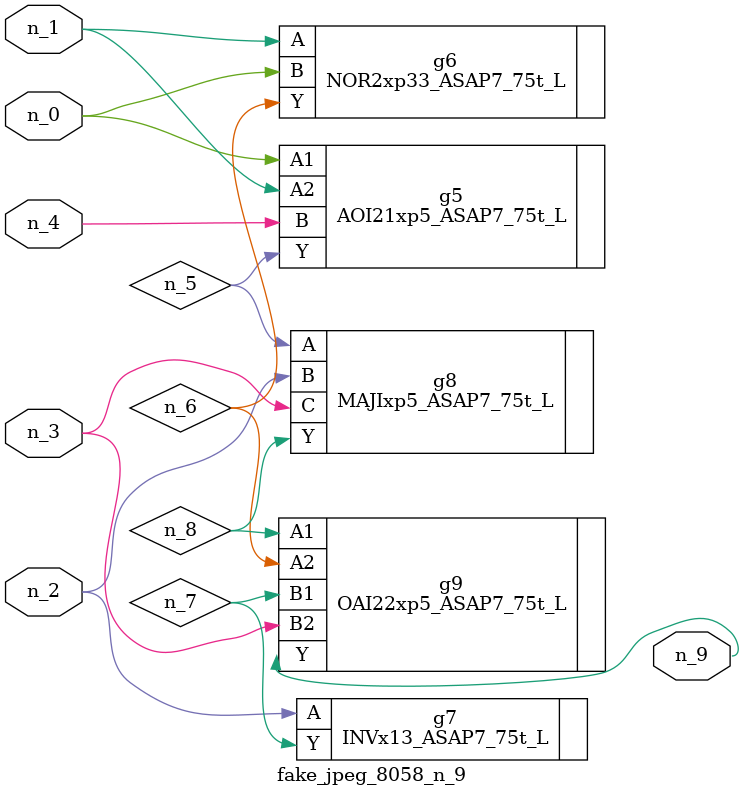
<source format=v>
module fake_jpeg_8058_n_9 (n_3, n_2, n_1, n_0, n_4, n_9);

input n_3;
input n_2;
input n_1;
input n_0;
input n_4;

output n_9;

wire n_8;
wire n_6;
wire n_5;
wire n_7;

AOI21xp5_ASAP7_75t_L g5 ( 
.A1(n_0),
.A2(n_1),
.B(n_4),
.Y(n_5)
);

NOR2xp33_ASAP7_75t_L g6 ( 
.A(n_1),
.B(n_0),
.Y(n_6)
);

INVx13_ASAP7_75t_L g7 ( 
.A(n_2),
.Y(n_7)
);

MAJIxp5_ASAP7_75t_L g8 ( 
.A(n_5),
.B(n_2),
.C(n_3),
.Y(n_8)
);

OAI22xp5_ASAP7_75t_L g9 ( 
.A1(n_8),
.A2(n_6),
.B1(n_7),
.B2(n_3),
.Y(n_9)
);


endmodule
</source>
